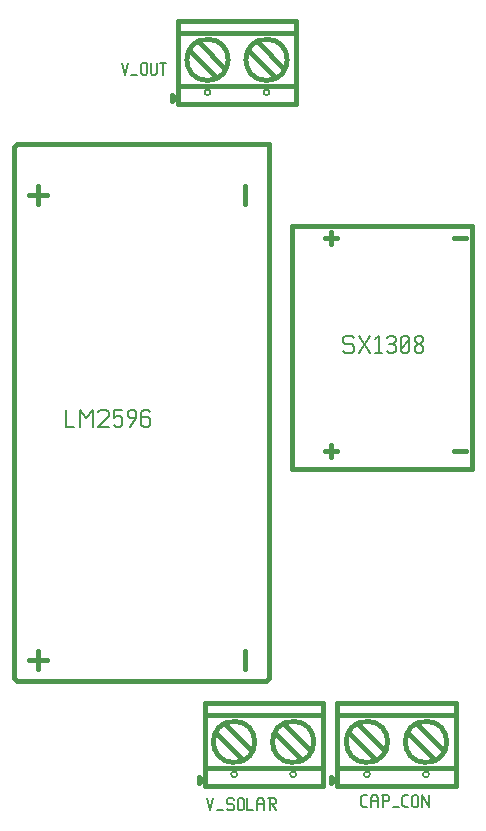
<source format=gbr>
G04 start of page 7 for group -4079 idx -4079 *
G04 Title: (unknown), topsilk *
G04 Creator: pcb.exe 20130104 *
G04 CreationDate: 31-Mar-17 10:33:27 UTC *
G04 Format: Gerber/RS-274X *
G04 PCB-Dimensions (mil): 1850.39 2755.91 *
G04 PCB-Coordinate-Origin: lower left *
%MOIN*%
%FSLAX25Y25*%
%LNTOPSILK*%
%ADD28C,0.0050*%
%ADD27C,0.0150*%
%ADD26C,0.0079*%
G54D26*X24606Y135371D02*Y129611D01*
X27486D01*
X29214Y135371D02*Y129611D01*
Y135371D02*X31374Y132491D01*
X33534Y135371D01*
Y129611D01*
X35262Y134651D02*X35982Y135371D01*
X38142D01*
X38862Y134651D01*
Y133211D01*
X35262Y129611D02*X38862Y133211D01*
X35262Y129611D02*X38862D01*
X40590Y135371D02*X43470D01*
X40590D02*Y132491D01*
X41310Y133211D01*
X42750D01*
X43470Y132491D01*
Y130331D01*
X42750Y129611D02*X43470Y130331D01*
X41310Y129611D02*X42750D01*
X40590Y130331D02*X41310Y129611D01*
X45918D02*X48078Y132491D01*
Y134651D02*Y132491D01*
X47358Y135371D02*X48078Y134651D01*
X45918Y135371D02*X47358D01*
X45198Y134651D02*X45918Y135371D01*
X45198Y134651D02*Y133211D01*
X45918Y132491D01*
X48078D01*
X51966Y135371D02*X52686Y134651D01*
X50526Y135371D02*X51966D01*
X49806Y134651D02*X50526Y135371D01*
X49806Y134651D02*Y130331D01*
X50526Y129611D01*
X51966Y132779D02*X52686Y132059D01*
X49806Y132779D02*X51966D01*
X50526Y129611D02*X51966D01*
X52686Y130331D01*
Y132059D02*Y130331D01*
X120006Y159977D02*X120726Y159257D01*
X117846Y159977D02*X120006D01*
X117126Y159257D02*X117846Y159977D01*
X117126Y159257D02*Y157817D01*
X117846Y157097D01*
X120006D01*
X120726Y156377D01*
Y154937D01*
X120006Y154217D02*X120726Y154937D01*
X117846Y154217D02*X120006D01*
X117126Y154937D02*X117846Y154217D01*
X122454D02*X126054Y159977D01*
X122454D02*X126054Y154217D01*
X127782Y158825D02*X128934Y159977D01*
Y154217D01*
X127782D02*X129942D01*
X131670Y159257D02*X132390Y159977D01*
X133830D01*
X134550Y159257D01*
X133830Y154217D02*X134550Y154937D01*
X132390Y154217D02*X133830D01*
X131670Y154937D02*X132390Y154217D01*
Y157385D02*X133830D01*
X134550Y159257D02*Y158105D01*
Y156665D02*Y154937D01*
Y156665D02*X133830Y157385D01*
X134550Y158105D02*X133830Y157385D01*
X136278Y154937D02*X136998Y154217D01*
X136278Y159257D02*Y154937D01*
Y159257D02*X136998Y159977D01*
X138438D01*
X139158Y159257D01*
Y154937D01*
X138438Y154217D02*X139158Y154937D01*
X136998Y154217D02*X138438D01*
X136278Y155657D02*X139158Y158537D01*
X140886Y154937D02*X141606Y154217D01*
X140886Y156089D02*Y154937D01*
Y156089D02*X141894Y157097D01*
X142758D01*
X143766Y156089D01*
Y154937D01*
X143046Y154217D02*X143766Y154937D01*
X141606Y154217D02*X143046D01*
X140886Y158105D02*X141894Y157097D01*
X140886Y159257D02*Y158105D01*
Y159257D02*X141606Y159977D01*
X143046D01*
X143766Y159257D01*
Y158105D01*
X142758Y157097D02*X143766Y158105D01*
G54D27*X15299Y209740D02*Y203740D01*
X12299Y206740D02*X18299D01*
X84299Y209740D02*Y203740D01*
X15299Y54740D02*Y48740D01*
X12299Y51740D02*X18299D01*
X84299Y54740D02*Y48740D01*
X92299Y223740D02*Y45740D01*
X91299Y44740D01*
X8299D02*X91299D01*
X8299D02*X7299Y45740D01*
Y222740D02*Y45740D01*
Y222740D02*X8299Y223740D01*
X92299D01*
X70866Y9843D02*X110236D01*
X70866Y37402D02*X110236D01*
X70866Y15748D02*X110236D01*
X70866Y37402D02*Y9843D01*
X110236Y37402D02*Y9843D01*
X70866Y33465D02*X110236D01*
X74803Y27559D02*X83661Y18701D01*
X77755Y30512D02*X77756D01*
X86614Y21654D01*
X94488Y27559D02*X103346Y18701D01*
X97440Y30512D02*X97441D01*
X106299Y21654D01*
X69881Y11811D02*X68897Y10827D01*
Y12795D02*Y10827D01*
Y12795D02*X69881Y11811D01*
G54D28*X80708Y12796D02*G75*G03X80708Y12796I0J984D01*G01*
X100393D02*G75*G03X100393Y12796I0J984D01*G01*
G54D27*X80708Y17716D02*G75*G03X80708Y17716I0J6890D01*G01*
X100393D02*G75*G03X100393Y17716I0J6890D01*G01*
X62008Y237206D02*X101378D01*
X62008Y264765D02*X101378D01*
X62008Y243111D02*X101378D01*
X62008Y264765D02*Y237206D01*
X101378Y264765D02*Y237206D01*
X62008Y260828D02*X101378D01*
X65945Y254922D02*X74803Y246064D01*
X68897Y257875D02*X68898D01*
X77756Y249017D01*
X85630Y254922D02*X94488Y246064D01*
X88582Y257875D02*X88583D01*
X97441Y249017D01*
X61023Y239174D02*X60039Y238190D01*
Y240158D02*Y238190D01*
Y240158D02*X61023Y239174D01*
G54D28*X71850Y240159D02*G75*G03X71850Y240159I0J984D01*G01*
X91535D02*G75*G03X91535Y240159I0J984D01*G01*
G54D27*X71850Y245079D02*G75*G03X71850Y245079I0J6890D01*G01*
X91535D02*G75*G03X91535Y245079I0J6890D01*G01*
X111079Y121614D02*X115079D01*
X113079Y123614D02*Y119614D01*
X111079Y192614D02*X115079D01*
X113079Y194614D02*Y190614D01*
X154079Y121614D02*X158079D01*
X154079Y192614D02*X158079D01*
X101079Y196614D02*X160079D01*
Y115614D01*
X100079D02*X160079D01*
X100079Y196614D02*Y115614D01*
X115158Y9843D02*X154528D01*
X115158Y37402D02*X154528D01*
X115158Y15748D02*X154528D01*
X115158Y37402D02*Y9843D01*
X154528Y37402D02*Y9843D01*
X115158Y33465D02*X154528D01*
X119095Y27559D02*X127953Y18701D01*
X122047Y30512D02*X122048D01*
X130906Y21654D01*
X138780Y27559D02*X147638Y18701D01*
X141732Y30512D02*X141733D01*
X150591Y21654D01*
X114173Y11811D02*X113189Y10827D01*
Y12795D02*Y10827D01*
Y12795D02*X114173Y11811D01*
G54D28*X125000Y12796D02*G75*G03X125000Y12796I0J984D01*G01*
X144685D02*G75*G03X144685Y12796I0J984D01*G01*
G54D27*X125000Y17716D02*G75*G03X125000Y17716I0J6890D01*G01*
X144685D02*G75*G03X144685Y17716I0J6890D01*G01*
G54D26*X71850Y5889D02*X72850Y1889D01*
X73850Y5889D01*
X75050Y1889D02*X77050D01*
X80250Y5889D02*X80750Y5389D01*
X78750Y5889D02*X80250D01*
X78250Y5389D02*X78750Y5889D01*
X78250Y5389D02*Y4389D01*
X78750Y3889D01*
X80250D01*
X80750Y3389D01*
Y2389D01*
X80250Y1889D02*X80750Y2389D01*
X78750Y1889D02*X80250D01*
X78250Y2389D02*X78750Y1889D01*
X81950Y5389D02*Y2389D01*
Y5389D02*X82450Y5889D01*
X83450D01*
X83950Y5389D01*
Y2389D01*
X83450Y1889D02*X83950Y2389D01*
X82450Y1889D02*X83450D01*
X81950Y2389D02*X82450Y1889D01*
X85150Y5889D02*Y1889D01*
X87150D01*
X88350Y4889D02*Y1889D01*
Y4889D02*X89050Y5889D01*
X90150D01*
X90850Y4889D01*
Y1889D01*
X88350Y3889D02*X90850D01*
X92050Y5889D02*X94050D01*
X94550Y5389D01*
Y4389D01*
X94050Y3889D02*X94550Y4389D01*
X92550Y3889D02*X94050D01*
X92550Y5889D02*Y1889D01*
X93350Y3889D02*X94550Y1889D01*
X43307Y250968D02*X44307Y246968D01*
X45307Y250968D01*
X46507Y246968D02*X48507D01*
X49707Y250468D02*Y247468D01*
Y250468D02*X50207Y250968D01*
X51207D01*
X51707Y250468D01*
Y247468D01*
X51207Y246968D02*X51707Y247468D01*
X50207Y246968D02*X51207D01*
X49707Y247468D02*X50207Y246968D01*
X52907Y250968D02*Y247468D01*
X53407Y246968D01*
X54407D01*
X54907Y247468D01*
Y250968D02*Y247468D01*
X56107Y250968D02*X58107D01*
X57107D02*Y246968D01*
X123731Y2874D02*X125031D01*
X123031Y3574D02*X123731Y2874D01*
X123031Y6174D02*Y3574D01*
Y6174D02*X123731Y6874D01*
X125031D01*
X126231Y5874D02*Y2874D01*
Y5874D02*X126931Y6874D01*
X128031D01*
X128731Y5874D01*
Y2874D01*
X126231Y4874D02*X128731D01*
X130431Y6874D02*Y2874D01*
X129931Y6874D02*X131931D01*
X132431Y6374D01*
Y5374D01*
X131931Y4874D02*X132431Y5374D01*
X130431Y4874D02*X131931D01*
X133631Y2874D02*X135631D01*
X137531D02*X138831D01*
X136831Y3574D02*X137531Y2874D01*
X136831Y6174D02*Y3574D01*
Y6174D02*X137531Y6874D01*
X138831D01*
X140031Y6374D02*Y3374D01*
Y6374D02*X140531Y6874D01*
X141531D01*
X142031Y6374D01*
Y3374D01*
X141531Y2874D02*X142031Y3374D01*
X140531Y2874D02*X141531D01*
X140031Y3374D02*X140531Y2874D01*
X143231Y6874D02*Y2874D01*
Y6874D02*X145731Y2874D01*
Y6874D02*Y2874D01*
M02*

</source>
